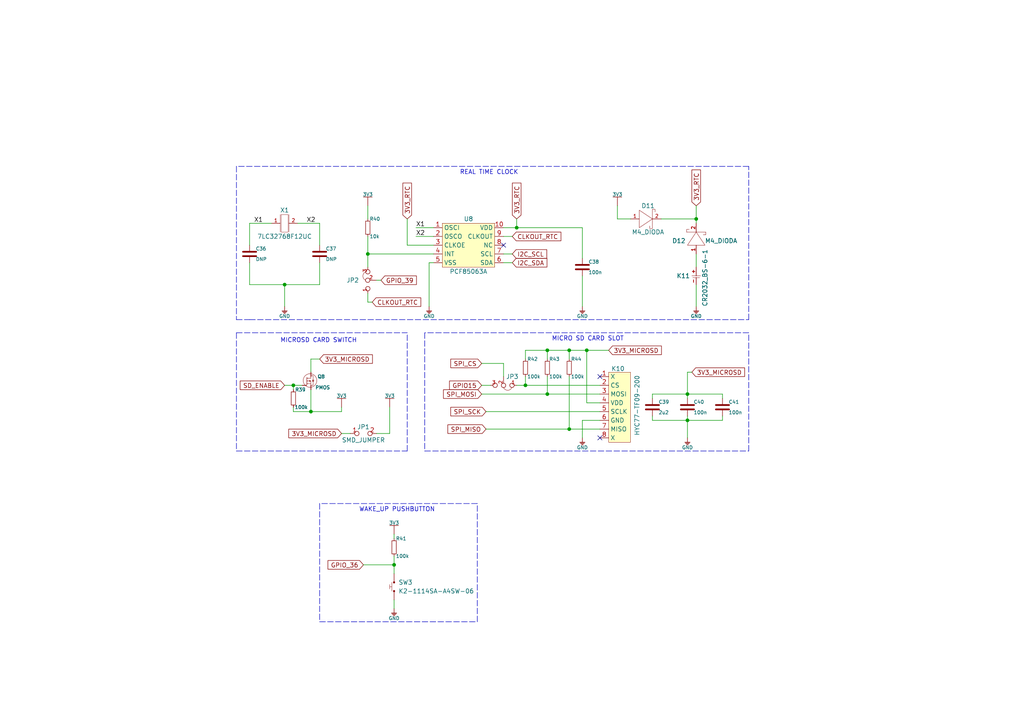
<source format=kicad_sch>
(kicad_sch (version 20211123) (generator eeschema)
  (paper "A4")
  (title_block (title "Soldered Inkplate PLUS2") (date "2023-04-13") (rev "V1.1.0.") (company "SOLDERED"))
  (lib_symbols
    (symbol "SMD_JUMPER_3_PAD_CONNECTED_RIGHT_TRACE_1"
      (property "Reference" "JP" (at 1.27 2.54 0))
      (symbol "SMD_JUMPER_3_PAD_CONNECTED_RIGHT_TRACE_1_0_1"
        (arc (start 2.413 0.635) (mid 1.2065 1.4196) (end 0 0.635) (stroke (width 0.1)))
      )
      (symbol "SMD_JUMPER_3_PAD_CONNECTED_RIGHT_TRACE_1_1_1"
        (pin passive inverted (at -3.81 0 0) (length 2) (name "") (number "1"))
        (pin passive inverted (at 0 -2.54 90) (length 3.2) (name "") (number "2"))
        (pin passive inverted (at 3.81 0 180) (length 2) (name "") (number "3"))
      )
    )
    (symbol "e-radionica.com schematics:0603C" (pin_numbers hide) (pin_names (offset 0.002))
      (property "Reference" "C" (at 0 3.81 0))
      (property "Value" "0603C" (at 0 -3.175 0))
      (symbol "0603C_0_1"
        (polyline (pts (xy -0.635 1.905) (xy -0.635 -1.905)) (stroke (width 0.5)))
        (polyline (pts (xy 0.635 1.905) (xy 0.635 -1.905)) (stroke (width 0.5)))
      )
      (symbol "0603C_1_1"
        (pin passive line (at -2.54 0 0) (length 1.9) (name "~") (number "1"))
        (pin passive line (at 2.54 0 180) (length 1.9) (name "~") (number "2"))
      )
    )
    (symbol "e-radionica.com schematics:0603R" (pin_numbers hide) (pin_names (offset 0.254))
      (property "Reference" "R" (at 0 1.27 0))
      (property "Value" "0603R" (at 0 -1.905 0))
      (symbol "0603R_0_1"
        (rectangle (start -1.905 0.635) (end 1.905 -0.635) (stroke (width 0.15)))
      )
      (symbol "0603R_1_1"
        (pin passive line (at -2.54 0 0) (length 0.63) (name "~") (number "1"))
        (pin passive line (at 2.54 0 180) (length 0.63) (name "~") (number "2"))
      )
    )
    (symbol "e-radionica.com schematics:3V3" (power) (pin_names (offset 0))
      (property "Value" "3V3" (at 0 3.556 0))
      (symbol "3V3_0_1"
        (polyline (pts (xy -1.27 2.54) (xy 1.27 2.54)) (stroke (width 0.16)))
        (polyline (pts (xy 0 0) (xy 0 2.54)))
      )
      (symbol "3V3_1_1"
        (pin power_in line (at 0 0 90) (length 0) hide (name "3V3") (number "1"))
      )
    )
    (symbol "e-radionica.com schematics:ABS07AIG-32.768KHZ-7-D-T"
      (property "Reference" "X" (at 0 3.81 0))
      (property "Value" "ABS07AIG-32.768KHZ-7-D-T" (at 0 -3.81 0))
      (symbol "ABS07AIG-32.768KHZ-7-D-T_0_1"
        (polyline (pts (xy -1.27 2.54) (xy -1.27 -2.54)) (stroke (width 0.0006)))
        (polyline (pts (xy 1.27 2.54) (xy 1.27 -2.54) (xy 1.27 -1.27)) (stroke (width 0.0006)))
        (polyline (pts (xy -1.016 2.54) (xy -1.016 -2.54) (xy 1.016 -2.54) (xy 1.016 2.54) (xy -1.016 2.54) (xy 0.762 2.54)) (stroke (width 0.0006)))
      )
      (symbol "ABS07AIG-32.768KHZ-7-D-T_1_1"
        (pin passive line (at -3.81 0 0) (length 2.54) (name "~") (number "1"))
        (pin passive line (at 3.81 0 180) (length 2.54) (name "~") (number "2"))
      )
    )
    (symbol "e-radionica.com schematics:CR2032_BS-6-1"
      (property "Reference" "K" (at 0 2.54 0))
      (property "Value" "CR2032_BS-6-1" (at 0 -2.54 0))
      (symbol "CR2032_BS-6-1_0_1"
        (polyline (pts (xy 0 -1.27) (xy 0 1.27) (xy 0 -0.762)) (stroke (width 0.1)))
        (polyline (pts (xy 0.508 1.016) (xy 0.508 -1.016) (xy 0.508 -0.762)) (stroke (width 0.1)))
      )
      (symbol "CR2032_BS-6-1_1_1"
        (pin input line (at -2.54 0 0) (length 2.54) (name "") (number "+"))
        (pin output line (at 2.54 0 180) (length 2.04) (name "") (number "-"))
      )
    )
    (symbol "e-radionica.com schematics:GND" (power) (pin_names (offset 0))
      (property "Value" "GND" (at 0 -2.921 0))
      (symbol "GND_0_1"
        (polyline (pts (xy -0.762 -1.27) (xy 0.762 -1.27)) (stroke (width 0.16)))
        (polyline (pts (xy -0.635 -1.524) (xy 0.635 -1.524)) (stroke (width 0.16)))
        (polyline (pts (xy -0.381 -1.778) (xy 0.381 -1.778)) (stroke (width 0.16)))
        (polyline (pts (xy -0.127 -2.032) (xy 0.127 -2.032)) (stroke (width 0.16)))
        (polyline (pts (xy 0 0) (xy 0 -1.27)) (stroke (width 0.16)))
      )
      (symbol "GND_1_1"
        (pin power_in line (at 0 0 270) (length 0) hide (name "GND") (number "1"))
      )
    )
    (symbol "e-radionica.com schematics:HYC77-TF09-200"
      (property "Reference" "K" (at 0 11.43 0))
      (property "Value" "HYC77-TF09-200" (at 0 -11.43 0))
      (symbol "HYC77-TF09-200_0_1"
        (rectangle (start -2.54 10.16) (end 3.81 -10.16) (stroke (width 0.1)) (fill (type background)))
      )
      (symbol "HYC77-TF09-200_1_1"
        (pin bidirectional line (at -5.08 8.89 0) (length 2.54) (name "X") (number "1"))
        (pin bidirectional line (at -5.08 6.35 0) (length 2.54) (name "CS") (number "2"))
        (pin bidirectional line (at -5.08 3.81 0) (length 2.54) (name "MOSI") (number "3"))
        (pin bidirectional line (at -5.08 1.27 0) (length 2.54) (name "VDD") (number "4"))
        (pin bidirectional line (at -5.08 -1.27 0) (length 2.54) (name "SCLK") (number "5"))
        (pin bidirectional line (at -5.08 -3.81 0) (length 2.54) (name "GND") (number "6"))
        (pin bidirectional line (at -5.08 -6.35 0) (length 2.54) (name "MISO") (number "7"))
        (pin bidirectional line (at -5.08 -8.89 0) (length 2.54) (name "X") (number "8"))
      )
    )
    (symbol "e-radionica.com schematics:K2-1114SA-A4SW-06" (pin_numbers hide) (pin_names hide)
      (property "Reference" "SW" (at 0 2.54 0))
      (property "Value" "K2-1114SA-A4SW-06" (at 0 -2.54 0))
      (symbol "K2-1114SA-A4SW-06_0_1"
        (circle (center -1.27 0) (radius 0.254) (stroke (width 0.001)) (fill (type outline)))
        (polyline (pts (xy -1.27 0.635) (xy 1.27 0.635)) (stroke (width 0.1)))
        (polyline (pts (xy 0 0.635) (xy 0 1.27)) (stroke (width 0.0006)))
        (polyline (pts (xy 0.635 1.27) (xy -0.635 1.27)) (stroke (width 0.1)))
        (circle (center 1.27 0) (radius 0.254) (stroke (width 0.001)) (fill (type outline)))
      )
      (symbol "K2-1114SA-A4SW-06_1_1"
        (pin passive line (at -3.81 0 0) (length 2.54) (name "~") (number "1"))
        (pin passive line (at 3.81 0 180) (length 2.54) (name "~") (number "2"))
      )
    )
    (symbol "e-radionica.com schematics:M4_DIODA" (pin_names hide)
      (property "Reference" "D" (at 0 3.81 0))
      (property "Value" "M4_DIODA" (at 0 -4.572 0))
      (symbol "M4_DIODA_0_1"
        (polyline (pts (xy -2.54 2.54) (xy -2.54 -2.54) (xy 1.27 0) (xy -2.54 2.54)) (stroke (width 0.1)))
        (polyline (pts (xy 1.27 2.794) (xy 1.27 -2.794) (xy 0.508 -2.794) (xy 0.508 -2.032)) (stroke (width 0.1)))
        (polyline (pts (xy 1.27 2.794) (xy 2.032 2.794) (xy 2.032 2.032) (xy 2.032 2.54)) (stroke (width 0.1)))
      )
      (symbol "M4_DIODA_1_1"
        (pin passive line (at -5.08 0 0) (length 2.54) (name "A") (number "1"))
        (pin passive line (at 3.81 0 180) (length 2.54) (name "K") (number "2"))
      )
    )
    (symbol "e-radionica.com schematics:PCF85063A"
      (property "Reference" "U" (at 0 7.62 0))
      (property "Value" "PCF85063A" (at 0 -7.62 0))
      (symbol "PCF85063A_0_1"
        (rectangle (start -7.62 6.35) (end 7.62 -6.35) (stroke (width 0.1)) (fill (type background)))
      )
      (symbol "PCF85063A_1_1"
        (pin passive line (at -10.16 5.08 0) (length 2.54) (name "OSCI") (number "1"))
        (pin passive line (at 10.16 5.08 180) (length 2.54) (name "VDD") (number "10"))
        (pin passive line (at -10.16 2.54 0) (length 2.54) (name "OSCO") (number "2"))
        (pin passive line (at -10.16 0 0) (length 2.54) (name "CLKOE") (number "3"))
        (pin passive line (at -10.16 -2.54 0) (length 2.54) (name "INT") (number "4"))
        (pin passive line (at -10.16 -5.08 0) (length 2.54) (name "VSS") (number "5"))
        (pin passive line (at 10.16 -5.08 180) (length 2.54) (name "SDA") (number "6"))
        (pin passive line (at 10.16 -2.54 180) (length 2.54) (name "SCL") (number "7"))
        (pin passive line (at 10.16 0 180) (length 2.54) (name "NC") (number "8"))
        (pin passive line (at 10.16 2.54 180) (length 2.54) (name "CLKOUT") (number "9"))
      )
    )
    (symbol "e-radionica.com schematics:PMOS-SOT-23-3" (pin_numbers hide) (pin_names hide)
      (property "Reference" "Q" (at -1.27 2.54 0))
      (property "Value" "PMOS-SOT-23-3" (at 0.381 -4.064 0))
      (symbol "PMOS-SOT-23-3_0_1"
        (polyline (pts (xy 0 -1.27) (xy 0 1.016)) (stroke (width 0.1)))
        (polyline (pts (xy 0.254 -1.016) (xy 0.254 -0.508)) (stroke (width 0.1)))
        (polyline (pts (xy 0.254 -0.762) (xy 1.27 -0.762)) (stroke (width 0.1)))
        (polyline (pts (xy 0.254 -0.254) (xy 0.254 0.254)) (stroke (width 0.1)))
        (polyline (pts (xy 0.254 0.762) (xy 1.27 0.762)) (stroke (width 0.1)))
        (polyline (pts (xy 0.254 1.016) (xy 0.254 0.508)) (stroke (width 0.1)))
        (polyline (pts (xy 1.27 -1.27) (xy 1.27 -0.762)) (stroke (width 0.1)))
        (polyline (pts (xy 1.27 0.762) (xy 1.27 1.27)) (stroke (width 0.1)))
        (polyline (pts (xy 2.159 -0.127) (xy 1.651 -0.127)) (stroke (width 0.1)))
        (polyline (pts (xy 2.159 0.254) (xy 1.905 -0.127)) (stroke (width 0.1)))
        (polyline (pts (xy 0.254 0) (xy 1.27 0) (xy 1.27 -0.762)) (stroke (width 0.1)))
        (polyline (pts (xy 2.159 0.254) (xy 1.651 0.254) (xy 1.905 -0.127)) (stroke (width 0.1)))
        (polyline (pts (xy 1.143 0) (xy 0.889 -0.254) (xy 0.889 0.254) (xy 1.143 0)) (stroke (width 0.1)))
        (polyline (pts (xy 1.27 -1.27) (xy 1.905 -1.27) (xy 1.905 1.524) (xy 1.27 1.524)) (stroke (width 0.1)))
        (circle (center 1.016 0.127) (radius 1.9716) (stroke (width 0.1)))
      )
      (symbol "PMOS-SOT-23-3_1_1"
        (pin passive line (at -1.27 -1.27 0) (length 1.27) (name "G") (number "1"))
        (pin passive line (at 1.27 -2.54 90) (length 1.27) (name "S") (number "2"))
        (pin passive line (at 1.27 2.54 270) (length 1.27) (name "D") (number "3"))
      )
    )
    (symbol "e-radionica.com schematics:SMD_JUMPER"
      (property "Reference" "JP" (at 0 1.397 0))
      (property "Value" "SMD_JUMPER" (at 0 -2.54 0))
      (symbol "SMD_JUMPER_1_1"
        (pin passive inverted (at -3.81 0 0) (length 2.54) (name "") (number "1"))
        (pin passive inverted (at 3.81 0 180) (length 2.54) (name "") (number "2"))
      )
    )
    (symbol "e-radionica.com schematics:SMD_JUMPER_3_PAD_CONNECTED_LEFT_TRACE"
      (property "Reference" "JP" (at 0 2.413 0))
      (symbol "SMD_JUMPER_3_PAD_CONNECTED_LEFT_TRACE_0_1"
        (arc (start 0 0.635) (mid -1.2065 1.4342) (end -2.413 0.635) (stroke (width 0.1)))
      )
      (symbol "SMD_JUMPER_3_PAD_CONNECTED_LEFT_TRACE_1_1"
        (pin passive inverted (at -3.81 0 0) (length 2) (name "") (number "1"))
        (pin passive inverted (at 0 -2.54 90) (length 3.2) (name "") (number "2"))
        (pin passive inverted (at 3.81 0 180) (length 2) (name "") (number "3"))
      )
    )
  )
  (junction (at 114.3 163.83))
  (junction (at 199.39 121.92))
  (junction (at 199.39 114.3))
  (junction (at 201.93 63.5))
  (junction (at 85.09 111.76))
  (junction (at 170.18 101.6))
  (junction (at 149.86 66.04))
  (junction (at 90.17 119.38))
  (junction (at 165.1 124.46))
  (junction (at 152.4 111.76))
  (junction (at 158.75 114.3))
  (junction (at 158.75 101.6))
  (junction (at 82.55 82.55))
  (junction (at 165.1 101.6))
  (junction (at 106.68 73.66))
  (no_connect (at 173.99 109.22))
  (no_connect (at 173.99 127))
  (no_connect (at 146.05 71.12))
  (wire (pts (xy 92.71 64.77) (xy 92.71 71.12)))
  (polyline (pts (xy 217.17 92.71) (xy 217.17 48.26)))
  (polyline (pts (xy 68.58 96.52) (xy 118.11 96.52)))
  (polyline (pts (xy 92.71 146.05) (xy 92.71 180.34)))
  (wire (pts (xy 125.73 76.2) (xy 124.46 76.2)))
  (wire (pts (xy 173.99 124.46) (xy 165.1 124.46)))
  (wire (pts (xy 165.1 124.46) (xy 140.97 124.46)))
  (wire (pts (xy 85.09 111.76) (xy 85.09 113.03)))
  (wire (pts (xy 90.17 107.95) (xy 90.17 104.14)))
  (wire (pts (xy 148.59 68.58) (xy 146.05 68.58)))
  (wire (pts (xy 199.39 107.95) (xy 200.66 107.95)))
  (wire (pts (xy 158.75 101.6) (xy 165.1 101.6)))
  (wire (pts (xy 146.05 109.22) (xy 146.05 105.41)))
  (wire (pts (xy 124.46 76.2) (xy 124.46 88.9)))
  (wire (pts (xy 201.93 59.69) (xy 201.93 63.5)))
  (polyline (pts (xy 68.58 48.26) (xy 68.58 92.71)))
  (wire (pts (xy 199.39 121.92) (xy 199.39 127)))
  (wire (pts (xy 189.23 121.92) (xy 199.39 121.92)))
  (wire (pts (xy 189.23 114.3) (xy 199.39 114.3)))
  (wire (pts (xy 152.4 111.76) (xy 173.99 111.76)))
  (wire (pts (xy 109.22 81.28) (xy 110.49 81.28)))
  (wire (pts (xy 114.3 161.29) (xy 114.3 163.83)))
  (wire (pts (xy 106.68 68.58) (xy 106.68 73.66)))
  (polyline (pts (xy 217.17 96.52) (xy 123.19 96.52)))
  (polyline (pts (xy 68.58 92.71) (xy 72.39 92.71)))
  (wire (pts (xy 78.74 64.77) (xy 72.39 64.77)))
  (polyline (pts (xy 72.39 92.71) (xy 217.17 92.71)))
  (wire (pts (xy 168.91 121.92) (xy 168.91 127)))
  (wire (pts (xy 90.17 113.03) (xy 90.17 119.38)))
  (wire (pts (xy 209.55 121.92) (xy 209.55 120.65)))
  (wire (pts (xy 173.99 116.84) (xy 170.18 116.84)))
  (wire (pts (xy 99.06 119.38) (xy 90.17 119.38)))
  (wire (pts (xy 114.3 154.94) (xy 114.3 156.21)))
  (polyline (pts (xy 68.58 96.52) (xy 68.58 130.81)))
  (wire (pts (xy 199.39 114.3) (xy 199.39 115.57)))
  (wire (pts (xy 209.55 114.3) (xy 209.55 115.57)))
  (wire (pts (xy 120.65 68.58) (xy 125.73 68.58)))
  (wire (pts (xy 82.55 88.9) (xy 82.55 82.55)))
  (wire (pts (xy 72.39 76.2) (xy 72.39 82.55)))
  (wire (pts (xy 201.93 63.5) (xy 201.93 64.77)))
  (wire (pts (xy 170.18 101.6) (xy 176.53 101.6)))
  (wire (pts (xy 149.86 66.04) (xy 168.91 66.04)))
  (polyline (pts (xy 217.17 130.81) (xy 217.17 96.52)))
  (wire (pts (xy 109.22 125.73) (xy 113.03 125.73)))
  (wire (pts (xy 118.11 63.5) (xy 118.11 71.12)))
  (wire (pts (xy 170.18 116.84) (xy 170.18 101.6)))
  (wire (pts (xy 92.71 82.55) (xy 92.71 76.2)))
  (wire (pts (xy 165.1 104.14) (xy 165.1 101.6)))
  (wire (pts (xy 189.23 120.65) (xy 189.23 121.92)))
  (wire (pts (xy 158.75 114.3) (xy 173.99 114.3)))
  (wire (pts (xy 85.09 111.76) (xy 87.63 111.76)))
  (wire (pts (xy 85.09 119.38) (xy 90.17 119.38)))
  (wire (pts (xy 114.3 166.37) (xy 114.3 163.83)))
  (wire (pts (xy 152.4 104.14) (xy 152.4 101.6)))
  (wire (pts (xy 120.65 66.04) (xy 125.73 66.04)))
  (wire (pts (xy 85.09 118.11) (xy 85.09 119.38)))
  (wire (pts (xy 152.4 101.6) (xy 158.75 101.6)))
  (wire (pts (xy 168.91 88.9) (xy 168.91 80.01)))
  (wire (pts (xy 146.05 66.04) (xy 149.86 66.04)))
  (wire (pts (xy 86.36 64.77) (xy 92.71 64.77)))
  (wire (pts (xy 199.39 120.65) (xy 199.39 121.92)))
  (wire (pts (xy 152.4 109.22) (xy 152.4 111.76)))
  (polyline (pts (xy 138.43 146.05) (xy 92.71 146.05)))
  (wire (pts (xy 139.7 114.3) (xy 158.75 114.3)))
  (wire (pts (xy 105.41 163.83) (xy 114.3 163.83)))
  (wire (pts (xy 201.93 73.66) (xy 201.93 77.47)))
  (wire (pts (xy 99.06 118.11) (xy 99.06 119.38)))
  (wire (pts (xy 113.03 118.11) (xy 113.03 125.73)))
  (wire (pts (xy 139.7 111.76) (xy 142.24 111.76)))
  (wire (pts (xy 158.75 109.22) (xy 158.75 114.3)))
  (wire (pts (xy 118.11 71.12) (xy 125.73 71.12)))
  (wire (pts (xy 199.39 121.92) (xy 209.55 121.92)))
  (wire (pts (xy 165.1 101.6) (xy 170.18 101.6)))
  (wire (pts (xy 106.68 59.69) (xy 106.68 63.5)))
  (wire (pts (xy 165.1 109.22) (xy 165.1 124.46)))
  (wire (pts (xy 179.07 59.69) (xy 179.07 63.5)))
  (wire (pts (xy 168.91 74.93) (xy 168.91 66.04)))
  (wire (pts (xy 114.3 173.99) (xy 114.3 176.53)))
  (wire (pts (xy 72.39 82.55) (xy 82.55 82.55)))
  (wire (pts (xy 173.99 121.92) (xy 168.91 121.92)))
  (wire (pts (xy 146.05 73.66) (xy 148.59 73.66)))
  (wire (pts (xy 140.97 119.38) (xy 173.99 119.38)))
  (wire (pts (xy 146.05 105.41) (xy 139.7 105.41)))
  (wire (pts (xy 199.39 107.95) (xy 199.39 114.3)))
  (wire (pts (xy 189.23 115.57) (xy 189.23 114.3)))
  (polyline (pts (xy 123.19 96.52) (xy 123.19 130.81)))
  (wire (pts (xy 90.17 104.14) (xy 92.71 104.14)))
  (wire (pts (xy 146.05 76.2) (xy 148.59 76.2)))
  (polyline (pts (xy 123.19 130.81) (xy 217.17 130.81)))
  (wire (pts (xy 199.39 114.3) (xy 209.55 114.3)))
  (wire (pts (xy 149.86 111.76) (xy 152.4 111.76)))
  (wire (pts (xy 82.55 111.76) (xy 85.09 111.76)))
  (wire (pts (xy 82.55 82.55) (xy 92.71 82.55)))
  (wire (pts (xy 106.68 73.66) (xy 106.68 77.47)))
  (wire (pts (xy 191.77 63.5) (xy 201.93 63.5)))
  (wire (pts (xy 72.39 64.77) (xy 72.39 71.12)))
  (polyline (pts (xy 138.43 180.34) (xy 138.43 146.05)))
  (wire (pts (xy 125.73 73.66) (xy 106.68 73.66)))
  (wire (pts (xy 158.75 104.14) (xy 158.75 101.6)))
  (polyline (pts (xy 118.11 130.81) (xy 118.11 96.52)))
  (polyline (pts (xy 217.17 48.26) (xy 68.58 48.26)))
  (polyline (pts (xy 68.58 130.81) (xy 118.11 130.81)))
  (wire (pts (xy 106.68 87.63) (xy 106.68 85.09)))
  (wire (pts (xy 201.93 82.55) (xy 201.93 88.9)))
  (wire (pts (xy 99.06 125.73) (xy 101.6 125.73)))
  (polyline (pts (xy 92.71 180.34) (xy 138.43 180.34)))
  (wire (pts (xy 107.95 87.63) (xy 106.68 87.63)))
  (wire (pts (xy 149.86 63.5) (xy 149.86 66.04)))
  (wire (pts (xy 179.07 63.5) (xy 182.88 63.5)))
  (text "MICRO SD CARD SLOT" (at 160.02 99.06 0) (effects (font (size 1.27 1.27)) (justify left bottom)))
  (text "MICROSD CARD SWITCH\n\n" (at 81.28 101.6 0) (effects (font (size 1.27 1.27)) (justify left bottom)))
  (text "WAKE_UP PUSHBUTTON" (at 104.14 148.59 0) (effects (font (size 1.27 1.27)) (justify left bottom)))
  (text "REAL TIME CLOCK" (at 133.35 50.8 0) (effects (font (size 1.27 1.27)) (justify left bottom)))
  (label "X2" (at 120.65 68.58 0))
  (label "X1" (at 73.66 64.77 0))
  (label "X2" (at 88.9 64.77 0))
  (label "X1" (at 120.65 66.04 0))
  (global_label "SPI_MOSI" (shape input) (at 139.7 114.3 180) (property "Intersheet References" "${INTERSHEET_REFS}" (effects hide)))
  (global_label "GPIO_39" (shape input) (at 110.49 81.28 0) (property "Intersheet References" "${INTERSHEET_REFS}" (effects hide)))
  (global_label "3V3_RTC" (shape input) (at 118.11 63.5 90) (property "Intersheet References" "${INTERSHEET_REFS}" (effects hide)))
  (global_label "GPIO_36" (shape input) (at 105.41 163.83 180) (property "Intersheet References" "${INTERSHEET_REFS}" (effects hide)))
  (global_label "3V3_RTC" (shape input) (at 149.86 63.5 90) (property "Intersheet References" "${INTERSHEET_REFS}" (effects hide)))
  (global_label "3V3_MICROSD" (shape input) (at 92.71 104.14 0) (property "Intersheet References" "${INTERSHEET_REFS}" (effects hide)))
  (global_label "SD_ENABLE" (shape input) (at 82.55 111.76 180) (property "Intersheet References" "${INTERSHEET_REFS}" (effects hide)))
  (global_label "3V3_MICROSD" (shape input) (at 176.53 101.6 0) (property "Intersheet References" "${INTERSHEET_REFS}" (effects hide)))
  (global_label "GPIO15" (shape input) (at 139.7 111.76 180) (property "Intersheet References" "${INTERSHEET_REFS}" (effects hide)))
  (global_label "SPI_CS" (shape input) (at 139.7 105.41 180) (property "Intersheet References" "${INTERSHEET_REFS}" (effects hide)))
  (global_label "3V3_RTC" (shape input) (at 201.93 59.69 90) (property "Intersheet References" "${INTERSHEET_REFS}" (effects hide)))
  (global_label "SPI_MISO" (shape input) (at 140.97 124.46 180) (property "Intersheet References" "${INTERSHEET_REFS}" (effects hide)))
  (global_label "SPI_SCK" (shape input) (at 140.97 119.38 180) (property "Intersheet References" "${INTERSHEET_REFS}" (effects hide)))
  (global_label "3V3_MICROSD" (shape input) (at 200.66 107.95 0) (property "Intersheet References" "${INTERSHEET_REFS}" (effects hide)))
  (global_label "I2C_SCL" (shape input) (at 148.59 73.66 0) (property "Intersheet References" "${INTERSHEET_REFS}" (effects hide)))
  (global_label "I2C_SDA" (shape input) (at 148.59 76.2 0) (property "Intersheet References" "${INTERSHEET_REFS}" (effects hide)))
  (global_label "CLKOUT_RTC" (shape input) (at 107.95 87.63 0) (property "Intersheet References" "${INTERSHEET_REFS}" (effects hide)))
  (global_label "CLKOUT_RTC" (shape input) (at 148.59 68.58 0) (property "Intersheet References" "${INTERSHEET_REFS}" (effects hide)))
  (global_label "3V3_MICROSD" (shape input) (at 99.06 125.73 180) (property "Intersheet References" "${INTERSHEET_REFS}" (effects hide)))
  (symbol (lib_id "e-radionica.com schematics:3V3") (at 99.06 118.11 0) (unit 1)
    (property "Reference" "#PWR0106" (effects hide))
    (property "Value" "3V3" (at 99.06 114.808 0) (effects (font (size 1 1))))
  )
  (symbol (lib_id "e-radionica.com schematics:GND") (at 82.55 88.9 0) (unit 1)
    (property "Reference" "#PWR0105" (effects hide))
    (property "Value" "GND" (at 82.55 91.694 0) (effects (font (size 1 1))))
  )
  (symbol (lib_id "e-radionica.com schematics:0603R") (at 158.75 106.68 90) (unit 1)
    (property "Reference" "R43" (at 159.258 104.14 90) (effects (font (size 1 1)) (justify right)))
    (property "Value" "100k" (at 159.258 109.22 90) (effects (font (size 1 1)) (justify right)))
    (property "Footprint" "e-radionica.com footprinti:0603R" (effects hide))
  )
  (symbol (lib_id "e-radionica.com schematics:3V3") (at 113.03 118.11 0) (unit 1)
    (property "Reference" "#PWR0108" (effects hide))
    (property "Value" "3V3" (at 113.03 114.808 0) (effects (font (size 1 1))))
  )
  (symbol (lib_id "e-radionica.com schematics:GND") (at 124.46 88.9 0) (unit 1)
    (property "Reference" "#PWR0111" (effects hide))
    (property "Value" "GND" (at 124.46 91.694 0) (effects (font (size 1 1))))
  )
  (symbol (lib_id "e-radionica.com schematics:SMD_JUMPER_3_PAD_CONNECTED_LEFT_TRACE") (at 146.05 111.76 180) (unit 1)
    (property "Reference" "JP3" (at 148.59 109.22 0))
    (property "Value" "SMD_JUMPER_3_PAD_CONNECTED_LEFT_TRACE" (effects hide))
    (property "Footprint" "e-radionica.com footprinti:SMD_JUMPER_3_PAD_CONNECTED_LEFT_TRACE" (effects hide))
  )
  (symbol (lib_id "e-radionica.com schematics:PCF85063A") (at 135.89 71.12 0) (unit 1)
    (property "Reference" "U8" (at 135.89 63.5 0))
    (property "Value" "PCF85063A" (at 135.89 78.74 0))
    (property "Footprint" "e-radionica.com footprinti:PCF85063A" (effects hide))
  )
  (symbol (lib_id "e-radionica.com schematics:0603C") (at 209.55 118.11 90) (unit 1)
    (property "Reference" "C41" (at 211.328 116.586 90) (effects (font (size 1 1)) (justify right)))
    (property "Value" "100n" (at 211.328 119.634 90) (effects (font (size 1 1)) (justify right)))
    (property "Footprint" "e-radionica.com footprinti:0603C" (effects hide))
  )
  (symbol (lib_id "e-radionica.com schematics:HYC77-TF09-200") (at 179.07 118.11 0) (unit 1)
    (property "Reference" "K10" (at 177.292 106.934 0) (effects (justify left)))
    (property "Value" "HYC77-TF09-200" (at 184.785 126.365 90) (effects (justify left)))
    (property "Footprint" "e-radionica.com footprinti:HYC77-TF09-200" (effects hide))
  )
  (symbol (lib_id "e-radionica.com schematics:GND") (at 199.39 127 0) (unit 1)
    (property "Reference" "#PWR0115" (effects hide))
    (property "Value" "GND" (at 199.39 129.794 0) (effects (font (size 1 1))))
  )
  (symbol (lib_id "e-radionica.com schematics:K2-1114SA-A4SW-06") (at 114.3 170.18 90) (unit 1)
    (property "Reference" "SW3" (at 115.57 168.9099 90) (effects (justify right)))
    (property "Value" "K2-1114SA-A4SW-06" (at 115.57 171.4499 90) (effects (justify right)))
    (property "Footprint" "e-radionica.com footprinti:K2-1114SA-A4SW-06" (effects hide))
  )
  (symbol (lib_id "e-radionica.com schematics:3V3") (at 179.07 59.69 0) (unit 1)
    (property "Reference" "#PWR0114" (effects hide))
    (property "Value" "3V3" (at 179.07 56.388 0) (effects (font (size 1 1))))
  )
  (symbol (lib_id "e-radionica.com schematics:0603R") (at 85.09 115.57 90) (unit 1)
    (property "Reference" "R39" (at 87.122 113.03 90) (effects (font (size 1 1))))
    (property "Value" "100k" (at 87.376 118.11 90) (effects (font (size 1 1))))
    (property "Footprint" "e-radionica.com footprinti:0603R" (effects hide))
  )
  (symbol (lib_name "SMD_JUMPER_3_PAD_CONNECTED_RIGHT_TRACE_1") (lib_id "e-radionica.com schematics:SMD_JUMPER_3_PAD_CONNECTED_RIGHT_TRACE") (at 106.68 81.28 90) (unit 1)
    (property "Reference" "JP2" (at 104.14 81.28 90) (effects (justify left)))
    (property "Value" "SMD_JUMPER_3_PAD_CONNECTED_RIGHT_TRACE" (effects hide))
    (property "Footprint" "e-radionica.com footprinti:SMD_JUMPER_3_PAD_CONNECTED_RIGHT_TRACE" (effects hide))
  )
  (symbol (lib_id "e-radionica.com schematics:PMOS-SOT-23-3") (at 88.9 110.49 0) (unit 1)
    (property "Reference" "Q8" (at 92.075 109.22 0) (effects (font (size 1 1)) (justify left)))
    (property "Value" "PMOS" (at 91.44 112.395 0) (effects (font (size 1 1)) (justify left)))
    (property "Footprint" "e-radionica.com footprinti:SOT-23-3" (effects hide))
  )
  (symbol (lib_id "e-radionica.com schematics:0603C") (at 92.71 73.66 90) (unit 1)
    (property "Reference" "C37" (at 94.488 72.136 90) (effects (font (size 1 1)) (justify right)))
    (property "Value" "DNP" (at 94.488 75.184 90) (effects (font (size 1 1)) (justify right)))
    (property "Footprint" "e-radionica.com footprinti:0603C" (effects hide))
  )
  (symbol (lib_id "e-radionica.com schematics:GND") (at 168.91 88.9 0) (unit 1)
    (property "Reference" "#PWR0112" (effects hide))
    (property "Value" "GND" (at 168.91 91.694 0) (effects (font (size 1 1))))
  )
  (symbol (lib_id "e-radionica.com schematics:SMD_JUMPER") (at 105.41 125.73 0) (unit 1)
    (property "Reference" "JP1" (at 105.41 123.825 0))
    (property "Value" "SMD_JUMPER" (at 105.41 127.635 0))
    (property "Footprint" "e-radionica.com footprinti:SMD_JUMPER" (effects hide))
  )
  (symbol (lib_id "e-radionica.com schematics:3V3") (at 114.3 154.94 0) (unit 1)
    (property "Reference" "#PWR0109" (effects hide))
    (property "Value" "3V3" (at 114.3 151.638 0) (effects (font (size 1 1))))
  )
  (symbol (lib_id "e-radionica.com schematics:CR2032_BS-6-1") (at 201.93 80.01 270) (unit 1)
    (property "Reference" "K11" (at 200.152 80.01 90) (effects (justify right)))
    (property "Value" "CR2032_BS-6-1" (at 204.47 88.9 0) (effects (justify right)))
    (property "Footprint" "e-radionica.com footprinti:CR2032-BS-6-1" (effects hide))
  )
  (symbol (lib_id "e-radionica.com schematics:GND") (at 114.3 176.53 0) (unit 1)
    (property "Reference" "#PWR0110" (effects hide))
    (property "Value" "GND" (at 114.3 179.324 0) (effects (font (size 1 1))))
  )
  (symbol (lib_id "e-radionica.com schematics:0603R") (at 165.1 106.68 90) (unit 1)
    (property "Reference" "R44" (at 165.608 104.14 90) (effects (font (size 1 1)) (justify right)))
    (property "Value" "100k" (at 165.608 109.22 90) (effects (font (size 1 1)) (justify right)))
    (property "Footprint" "e-radionica.com footprinti:0603R" (effects hide))
  )
  (symbol (lib_id "e-radionica.com schematics:GND") (at 201.93 88.9 0) (unit 1)
    (property "Reference" "#PWR0116" (effects hide))
    (property "Value" "GND" (at 201.93 91.694 0) (effects (font (size 1 1))))
  )
  (symbol (lib_id "e-radionica.com schematics:M4_DIODA") (at 201.93 68.58 90) (unit 1)
    (property "Reference" "D12" (at 194.945 69.85 90) (effects (justify right)))
    (property "Value" "M4_DIODA" (at 204.47 69.85 90) (effects (justify right)))
    (property "Footprint" "e-radionica.com footprinti:M4_DIODA" (effects hide))
  )
  (symbol (lib_id "e-radionica.com schematics:0603C") (at 72.39 73.66 90) (unit 1)
    (property "Reference" "C36" (at 74.168 72.136 90) (effects (font (size 1 1)) (justify right)))
    (property "Value" "DNP" (at 74.168 75.184 90) (effects (font (size 1 1)) (justify right)))
    (property "Footprint" "e-radionica.com footprinti:0603C" (effects hide))
  )
  (symbol (lib_id "e-radionica.com schematics:ABS07AIG-32.768KHZ-7-D-T") (at 82.55 64.77 0) (unit 1)
    (property "Reference" "X1" (at 82.55 60.96 0))
    (property "Value" "7LC32768F12UC" (at 82.55 68.58 0))
    (property "Footprint" "e-radionica.com footprinti:ABS07AIG-32.768KHZ-7-D-T" (effects hide))
  )
  (symbol (lib_id "e-radionica.com schematics:0603C") (at 168.91 77.47 90) (unit 1)
    (property "Reference" "C38" (at 170.688 75.946 90) (effects (font (size 1 1)) (justify right)))
    (property "Value" "100n" (at 170.688 78.994 90) (effects (font (size 1 1)) (justify right)))
    (property "Footprint" "e-radionica.com footprinti:0603C" (effects hide))
  )
  (symbol (lib_id "e-radionica.com schematics:0603C") (at 199.39 118.11 90) (unit 1)
    (property "Reference" "C40" (at 201.168 116.586 90) (effects (font (size 1 1)) (justify right)))
    (property "Value" "100n" (at 201.168 119.634 90) (effects (font (size 1 1)) (justify right)))
    (property "Footprint" "e-radionica.com footprinti:0603C" (effects hide))
  )
  (symbol (lib_id "e-radionica.com schematics:0603R") (at 106.68 66.04 90) (unit 1)
    (property "Reference" "R40" (at 107.188 63.5 90) (effects (font (size 1 1)) (justify right)))
    (property "Value" "10k" (at 107.188 68.58 90) (effects (font (size 1 1)) (justify right)))
    (property "Footprint" "e-radionica.com footprinti:0603R" (effects hide))
  )
  (symbol (lib_id "e-radionica.com schematics:GND") (at 168.91 127 0) (unit 1)
    (property "Reference" "#PWR0113" (effects hide))
    (property "Value" "GND" (at 168.91 129.794 0) (effects (font (size 1 1))))
  )
  (symbol (lib_id "e-radionica.com schematics:3V3") (at 106.68 59.69 0) (unit 1)
    (property "Reference" "#PWR0107" (effects hide))
    (property "Value" "3V3" (at 106.68 56.388 0) (effects (font (size 1 1))))
  )
  (symbol (lib_id "e-radionica.com schematics:0603R") (at 114.3 158.75 90) (unit 1)
    (property "Reference" "R41" (at 114.808 156.21 90) (effects (font (size 1 1)) (justify right)))
    (property "Value" "100k" (at 114.808 161.29 90) (effects (font (size 1 1)) (justify right)))
    (property "Footprint" "e-radionica.com footprinti:0603R" (effects hide))
  )
  (symbol (lib_id "e-radionica.com schematics:0603R") (at 152.4 106.68 90) (unit 1)
    (property "Reference" "R42" (at 152.908 104.14 90) (effects (font (size 1 1)) (justify right)))
    (property "Value" "100k" (at 152.908 109.22 90) (effects (font (size 1 1)) (justify right)))
    (property "Footprint" "e-radionica.com footprinti:0603R" (effects hide))
  )
  (symbol (lib_id "e-radionica.com schematics:0603C") (at 189.23 118.11 90) (unit 1)
    (property "Reference" "C39" (at 191.008 116.586 90) (effects (font (size 1 1)) (justify right)))
    (property "Value" "2u2" (at 191.008 119.634 90) (effects (font (size 1 1)) (justify right)))
    (property "Footprint" "e-radionica.com footprinti:0603C" (effects hide))
  )
  (symbol (lib_id "e-radionica.com schematics:M4_DIODA") (at 187.96 63.5 0) (unit 1)
    (property "Reference" "D11" (at 187.96 59.69 0))
    (property "Value" "M4_DIODA" (at 187.96 67.31 0))
    (property "Footprint" "e-radionica.com footprinti:M4_DIODA" (effects hide))
  )
)
</source>
